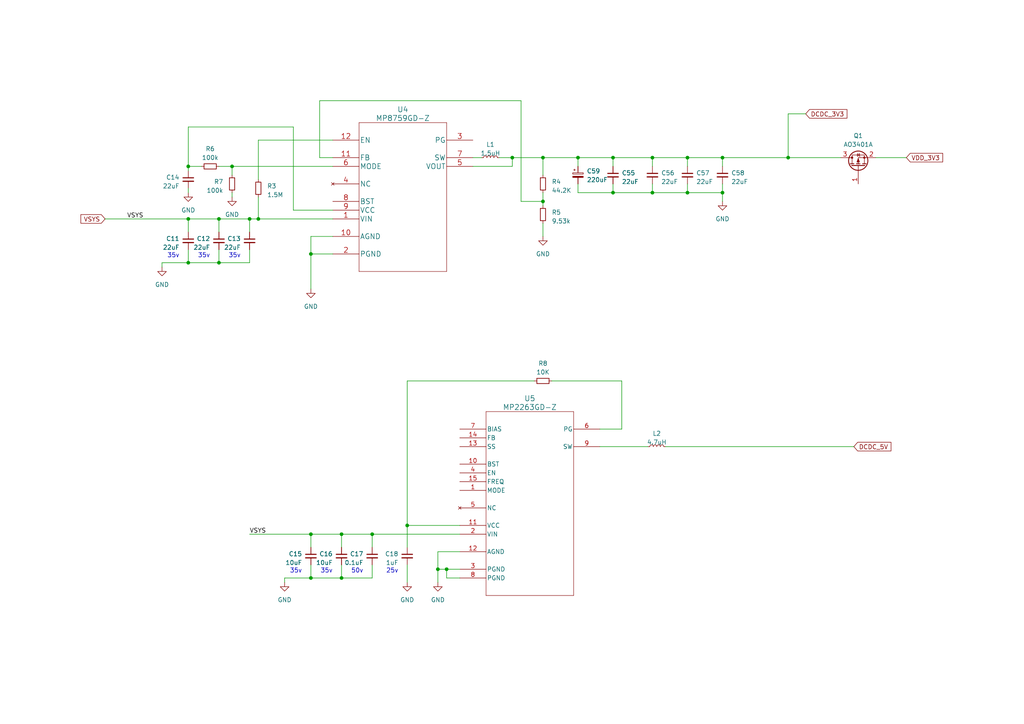
<source format=kicad_sch>
(kicad_sch (version 20230121) (generator eeschema)
  (paper "A4")
  (junction (at 116.84 304.8))
  (junction (at 88.9 254))
  (junction (at 63.5 63.5))
  (junction (at 127 165.1))
  (junction (at 16.51 254))
  (junction (at 325.12 314.96))
  (junction (at 99.06 167.64))
  (junction (at -12.7 328.93))
  (junction (at 245.11 314.96))
  (junction (at 90.17 167.64))
  (junction (at 16.51 304.8))
  (junction (at 220.98 314.96))
  (junction (at 167.64 45.72))
  (junction (at 16.51 290.83))
  (junction (at 54.61 48.26))
  (junction (at 148.59 45.72))
  (junction (at 106.68 294.64))
  (junction (at 220.98 297.18))
  (junction (at 209.55 45.72))
  (junction (at 85.09 294.64))
  (junction (at 118.11 152.4))
  (junction (at -12.7 267.97))
  (junction (at -12.7 304.8))
  (junction (at 69.85 313.69))
  (junction (at 88.9 290.83))
  (junction (at 220.98 307.34))
  (junction (at 77.47 280.67))
  (junction (at 99.06 266.7))
  (junction (at 99.06 276.86))
  (junction (at 67.31 48.26))
  (junction (at 177.8 55.88))
  (junction (at 99.06 290.83))
  (junction (at 99.06 264.16))
  (junction (at 74.93 63.5))
  (junction (at -12.7 314.96))
  (junction (at 69.85 266.7))
  (junction (at 72.39 63.5))
  (junction (at 295.91 312.42))
  (junction (at 116.84 294.64))
  (junction (at 77.47 254))
  (junction (at 88.9 323.85))
  (junction (at 54.61 63.5))
  (junction (at 90.17 73.66))
  (junction (at 107.95 154.94))
  (junction (at -12.7 290.83))
  (junction (at 209.55 55.88))
  (junction (at 99.06 154.94))
  (junction (at 129.54 165.1))
  (junction (at 243.84 335.28))
  (junction (at -12.7 320.04))
  (junction (at 109.22 254))
  (junction (at 199.39 55.88))
  (junction (at 85.09 304.8))
  (junction (at 99.06 254))
  (junction (at 69.85 280.67))
  (junction (at 99.06 280.67))
  (junction (at 21.59 424.18))
  (junction (at 16.51 314.96))
  (junction (at 88.9 264.16))
  (junction (at -12.7 325.12))
  (junction (at 295.91 284.48))
  (junction (at 325.12 323.85))
  (junction (at 88.9 313.69))
  (junction (at 295.91 295.91))
  (junction (at 177.8 45.72))
  (junction (at 69.85 254))
  (junction (at 88.9 266.7))
  (junction (at 16.51 322.58))
  (junction (at 245.11 297.18))
  (junction (at 325.12 292.1))
  (junction (at 199.39 45.72))
  (junction (at 21.59 426.72))
  (junction (at 295.91 328.93))
  (junction (at 109.22 264.16))
  (junction (at 96.52 294.64))
  (junction (at 16.51 256.54))
  (junction (at 88.9 280.67))
  (junction (at 16.51 267.97))
  (junction (at 106.68 304.8))
  (junction (at 64.77 294.64))
  (junction (at 99.06 323.85))
  (junction (at 295.91 289.56))
  (junction (at 220.98 322.58))
  (junction (at 88.9 276.86))
  (junction (at 243.84 326.39))
  (junction (at 245.11 287.02))
  (junction (at 99.06 313.69))
  (junction (at 228.6 45.72))
  (junction (at 325.12 303.53))
  (junction (at 295.91 300.99))
  (junction (at 90.17 154.94))
  (junction (at 96.52 304.8))
  (junction (at 77.47 266.7))
  (junction (at 16.51 320.04))
  (junction (at -12.7 280.67))
  (junction (at 77.47 313.69))
  (junction (at 295.91 321.31))
  (junction (at 57.15 254))
  (junction (at 189.23 55.88))
  (junction (at 325.12 298.45))
  (junction (at 16.51 280.67))
  (junction (at 63.5 76.2))
  (junction (at 16.51 325.12))
  (junction (at -12.7 257.81))
  (junction (at 189.23 45.72))
  (junction (at 57.15 266.7))
  (junction (at 16.51 283.21))
  (junction (at 325.12 331.47))
  (junction (at 157.48 58.42))
  (junction (at 77.47 294.64))
  (junction (at 157.48 45.72))
  (junction (at 54.61 76.2))
  (junction (at 16.51 257.81))
  (wire (pts (xy 85.09 307.34) (xy 85.09 304.8)))
  (wire (pts (xy 10.16 325.12) (xy 16.51 325.12)))
  (wire (pts (xy 116.84 294.64) (xy 116.84 297.18)))
  (wire (pts (xy 67.31 48.26) (xy 96.52 48.26)))
  (wire (pts (xy 209.55 55.88) (xy 209.55 53.34)))
  (wire (pts (xy 90.17 158.75) (xy 90.17 154.94)))
  (wire (pts (xy 88.9 254) (xy 99.06 254)))
  (wire (pts (xy 180.34 124.46) (xy 180.34 110.49)))
  (wire (pts (xy 237.49 314.96) (xy 245.11 314.96)))
  (wire (pts (xy -12.7 280.67) (xy -12.7 290.83)))
  (wire (pts (xy 106.68 302.26) (xy 106.68 304.8)))
  (wire (pts (xy 220.98 314.96) (xy 232.41 314.96)))
  (wire (pts (xy 295.91 312.42) (xy 337.82 312.42)))
  (wire (pts (xy 90.17 154.94) (xy 99.06 154.94)))
  (wire (pts (xy -12.7 304.8) (xy 5.08 304.8)))
  (wire (pts (xy 54.61 36.83) (xy 54.61 48.26)))
  (wire (pts (xy 16.51 254) (xy 21.59 254)))
  (wire (pts (xy 295.91 292.1) (xy 295.91 289.56)))
  (wire (pts (xy 109.22 264.16) (xy 109.22 261.62)))
  (wire (pts (xy 58.42 48.26) (xy 54.61 48.26)))
  (wire (pts (xy 129.54 165.1) (xy 133.35 165.1)))
  (wire (pts (xy 10.16 290.83) (xy 16.51 290.83)))
  (wire (pts (xy 54.61 54.61) (xy 54.61 55.88)))
  (wire (pts (xy 63.5 67.31) (xy 63.5 63.5)))
  (wire (pts (xy 254 335.28) (xy 243.84 335.28)))
  (wire (pts (xy 109.22 254) (xy 109.22 256.54)))
  (wire (pts (xy 238.76 307.34) (xy 257.81 307.34)))
  (wire (pts (xy 189.23 45.72) (xy 199.39 45.72)))
  (wire (pts (xy 16.51 304.8) (xy 16.51 314.96)))
  (wire (pts (xy 16.51 283.21) (xy 21.59 283.21)))
  (wire (pts (xy 173.99 124.46) (xy 180.34 124.46)))
  (wire (pts (xy 312.42 303.53) (xy 325.12 303.53)))
  (wire (pts (xy 69.85 283.21) (xy 69.85 280.67)))
  (wire (pts (xy 118.11 163.83) (xy 118.11 168.91)))
  (wire (pts (xy 50.8 283.21) (xy 69.85 283.21)))
  (wire (pts (xy 90.17 167.64) (xy 99.06 167.64)))
  (wire (pts (xy -6.35 254) (xy -12.7 254)))
  (wire (pts (xy 92.71 45.72) (xy 92.71 29.21)))
  (wire (pts (xy 72.39 67.31) (xy 72.39 63.5)))
  (wire (pts (xy 96.52 68.58) (xy 90.17 68.58)))
  (wire (pts (xy -12.7 254) (xy -12.7 257.81)))
  (wire (pts (xy 295.91 314.96) (xy 295.91 312.42)))
  (wire (pts (xy 312.42 323.85) (xy 325.12 323.85)))
  (wire (pts (xy 62.23 293.37) (xy 62.23 297.18)))
  (wire (pts (xy 88.9 266.7) (xy 99.06 266.7)))
  (wire (pts (xy 16.51 320.04) (xy 16.51 322.58)))
  (wire (pts (xy 74.93 63.5) (xy 96.52 63.5)))
  (wire (pts (xy 109.22 254) (xy 115.57 254)))
  (wire (pts (xy 116.84 304.8) (xy 116.84 306.07)))
  (wire (pts (xy 63.5 63.5) (xy 72.39 63.5)))
  (wire (pts (xy 88.9 288.29) (xy 88.9 290.83)))
  (wire (pts (xy 69.85 313.69) (xy 77.47 313.69)))
  (wire (pts (xy 106.68 294.64) (xy 116.84 294.64)))
  (wire (pts (xy 99.06 288.29) (xy 99.06 290.83)))
  (wire (pts (xy 307.34 323.85) (xy 295.91 323.85)))
  (wire (pts (xy 72.39 72.39) (xy 72.39 76.2)))
  (wire (pts (xy 85.09 304.8) (xy 96.52 304.8)))
  (wire (pts (xy 88.9 280.67) (xy 88.9 283.21)))
  (wire (pts (xy 63.5 48.26) (xy 67.31 48.26)))
  (wire (pts (xy 325.12 331.47) (xy 325.12 334.01)))
  (wire (pts (xy 57.15 266.7) (xy 60.96 266.7)))
  (wire (pts (xy 254 328.93) (xy 254 335.28)))
  (wire (pts (xy 295.91 287.02) (xy 295.91 284.48)))
  (wire (pts (xy 157.48 45.72) (xy 167.64 45.72)))
  (wire (pts (xy 90.17 73.66) (xy 96.52 73.66)))
  (wire (pts (xy 64.77 294.64) (xy 64.77 299.72)))
  (wire (pts (xy -12.7 314.96) (xy 5.08 314.96)))
  (wire (pts (xy 88.9 274.32) (xy 88.9 276.86)))
  (wire (pts (xy 133.35 160.02) (xy 127 160.02)))
  (wire (pts (xy 88.9 254) (xy 88.9 256.54)))
  (wire (pts (xy 54.61 67.31) (xy 54.61 63.5)))
  (wire (pts (xy 99.06 313.69) (xy 99.06 316.23)))
  (wire (pts (xy 96.52 294.64) (xy 106.68 294.64)))
  (wire (pts (xy 295.91 331.47) (xy 295.91 328.93)))
  (wire (pts (xy 245.11 297.18) (xy 245.11 287.02)))
  (wire (pts (xy 77.47 321.31) (xy 77.47 323.85)))
  (wire (pts (xy 62.23 297.18) (xy 77.47 297.18)))
  (wire (pts (xy 99.06 290.83) (xy 101.6 290.83)))
  (wire (pts (xy 177.8 45.72) (xy 177.8 48.26)))
  (wire (pts (xy 21.59 322.58) (xy 16.51 322.58)))
  (wire (pts (xy 167.64 55.88) (xy 177.8 55.88)))
  (wire (pts (xy 16.51 290.83) (xy 16.51 304.8)))
  (wire (pts (xy 57.15 274.32) (xy 57.15 266.7)))
  (wire (pts (xy 99.06 254) (xy 109.22 254)))
  (wire (pts (xy 69.85 254) (xy 66.04 254)))
  (wire (pts (xy -1.27 328.93) (xy 16.51 328.93)))
  (wire (pts (xy 209.55 45.72) (xy 228.6 45.72)))
  (wire (pts (xy 57.15 261.62) (xy 57.15 254)))
  (wire (pts (xy 54.61 48.26) (xy 54.61 49.53)))
  (wire (pts (xy 157.48 45.72) (xy 157.48 50.8)))
  (wire (pts (xy 10.16 304.8) (xy 16.51 304.8)))
  (wire (pts (xy 16.51 304.8) (xy 21.59 304.8)))
  (wire (pts (xy 69.85 256.54) (xy 69.85 254)))
  (wire (pts (xy 77.47 280.67) (xy 88.9 280.67)))
  (wire (pts (xy 109.22 264.16) (xy 110.49 264.16)))
  (wire (pts (xy 307.34 331.47) (xy 295.91 331.47)))
  (wire (pts (xy 50.8 290.83) (xy 64.77 290.83)))
  (wire (pts (xy 148.59 45.72) (xy 157.48 45.72)))
  (wire (pts (xy 99.06 276.86) (xy 101.6 276.86)))
  (wire (pts (xy 16.51 267.97) (xy 16.51 280.67)))
  (wire (pts (xy 167.64 45.72) (xy 167.64 48.26)))
  (wire (pts (xy 233.68 287.02) (xy 220.98 287.02)))
  (wire (pts (xy 295.91 303.53) (xy 295.91 300.99)))
  (wire (pts (xy 50.8 293.37) (xy 62.23 293.37)))
  (wire (pts (xy 116.84 294.64) (xy 123.19 294.64)))
  (wire (pts (xy 88.9 313.69) (xy 99.06 313.69)))
  (wire (pts (xy 88.9 321.31) (xy 88.9 323.85)))
  (wire (pts (xy 96.52 302.26) (xy 96.52 304.8)))
  (wire (pts (xy 85.09 60.96) (xy 85.09 36.83)))
  (wire (pts (xy 46.99 76.2) (xy 54.61 76.2)))
  (wire (pts (xy 285.75 307.34) (xy 337.82 307.34)))
  (wire (pts (xy 54.61 76.2) (xy 63.5 76.2)))
  (wire (pts (xy 99.06 167.64) (xy 107.95 167.64)))
  (wire (pts (xy 85.09 302.26) (xy 85.09 304.8)))
  (wire (pts (xy 16.51 280.67) (xy 16.51 283.21)))
  (wire (pts (xy 118.11 110.49) (xy 154.94 110.49)))
  (wire (pts (xy 16.51 325.12) (xy 16.51 328.93)))
  (wire (pts (xy 57.15 254) (xy 60.96 254)))
  (wire (pts (xy 245.11 287.02) (xy 245.11 271.78)))
  (wire (pts (xy 50.8 280.67) (xy 60.96 280.67)))
  (wire (pts (xy 99.06 313.69) (xy 111.76 313.69)))
  (wire (pts (xy 50.8 316.23) (xy 69.85 316.23)))
  (wire (pts (xy 285.75 295.91) (xy 295.91 295.91)))
  (wire (pts (xy 238.76 287.02) (xy 245.11 287.02)))
  (wire (pts (xy 285.75 300.99) (xy 295.91 300.99)))
  (wire (pts (xy 127 160.02) (xy 127 165.1)))
  (wire (pts (xy 137.16 45.72) (xy 139.7 45.72)))
  (wire (pts (xy -12.7 325.12) (xy -12.7 328.93)))
  (wire (pts (xy 72.39 63.5) (xy 74.93 63.5)))
  (wire (pts (xy 193.04 129.54) (xy 247.65 129.54)))
  (wire (pts (xy 238.76 326.39) (xy 238.76 330.2)))
  (wire (pts (xy -1.27 320.04) (xy 16.51 320.04)))
  (wire (pts (xy 99.06 261.62) (xy 99.06 264.16)))
  (wire (pts (xy 199.39 45.72) (xy 209.55 45.72)))
  (wire (pts (xy 312.42 292.1) (xy 325.12 292.1)))
  (wire (pts (xy 220.98 307.34) (xy 220.98 314.96)))
  (wire (pts (xy 107.95 158.75) (xy 107.95 154.94)))
  (wire (pts (xy 107.95 163.83) (xy 107.95 167.64)))
  (wire (pts (xy 90.17 73.66) (xy 90.17 83.82)))
  (wire (pts (xy 312.42 331.47) (xy 325.12 331.47)))
  (wire (pts (xy 88.9 276.86) (xy 99.06 276.86)))
  (wire (pts (xy 16.51 314.96) (xy 16.51 320.04)))
  (wire (pts (xy 88.9 323.85) (xy 99.06 323.85)))
  (wire (pts (xy -12.7 304.8) (xy -12.7 314.96)))
  (wire (pts (xy 312.42 298.45) (xy 325.12 298.45)))
  (wire (pts (xy 99.06 323.85) (xy 99.06 325.12)))
  (wire (pts (xy 77.47 323.85) (xy 88.9 323.85)))
  (wire (pts (xy 285.75 328.93) (xy 295.91 328.93)))
  (wire (pts (xy 295.91 289.56) (xy 337.82 289.56)))
  (wire (pts (xy 96.52 60.96) (xy 85.09 60.96)))
  (wire (pts (xy 69.85 313.69) (xy 66.04 313.69)))
  (wire (pts (xy 177.8 55.88) (xy 189.23 55.88)))
  (wire (pts (xy 312.42 314.96) (xy 325.12 314.96)))
  (wire (pts (xy 254 45.72) (xy 262.89 45.72)))
  (wire (pts (xy 77.47 294.64) (xy 85.09 294.64)))
  (wire (pts (xy -12.7 320.04) (xy -12.7 325.12)))
  (wire (pts (xy 285.75 312.42) (xy 295.91 312.42)))
  (wire (pts (xy -12.7 267.97) (xy -12.7 280.67)))
  (wire (pts (xy 50.8 307.34) (xy 85.09 307.34)))
  (wire (pts (xy 77.47 290.83) (xy 88.9 290.83)))
  (wire (pts (xy -6.35 320.04) (xy -12.7 320.04)))
  (wire (pts (xy 220.98 297.18) (xy 220.98 307.34)))
  (wire (pts (xy 16.51 314.96) (xy 21.59 314.96)))
  (wire (pts (xy 177.8 45.72) (xy 189.23 45.72)))
  (wire (pts (xy 77.47 313.69) (xy 88.9 313.69)))
  (wire (pts (xy 85.09 36.83) (xy 54.61 36.83)))
  (wire (pts (xy 69.85 266.7) (xy 77.47 266.7)))
  (wire (pts (xy 312.42 287.02) (xy 325.12 287.02)))
  (wire (pts (xy 50.8 269.24) (xy 69.85 269.24)))
  (wire (pts (xy 77.47 288.29) (xy 77.47 290.83)))
  (wire (pts (xy 16.51 257.81) (xy 16.51 267.97)))
  (wire (pts (xy 99.06 280.67) (xy 99.06 283.21)))
  (wire (pts (xy 189.23 45.72) (xy 189.23 48.26)))
  (wire (pts (xy 24.13 421.64) (xy 21.59 421.64)))
  (wire (pts (xy 77.47 313.69) (xy 77.47 316.23)))
  (wire (pts (xy 307.34 292.1) (xy 295.91 292.1)))
  (wire (pts (xy 88.9 313.69) (xy 88.9 316.23)))
  (wire (pts (xy 85.09 294.64) (xy 85.09 297.18)))
  (wire (pts (xy 50.8 299.72) (xy 64.77 299.72)))
  (wire (pts (xy 228.6 33.02) (xy 228.6 45.72)))
  (wire (pts (xy 241.3 320.04) (xy 241.3 322.58)))
  (wire (pts (xy 295.91 328.93) (xy 337.82 328.93)))
  (wire (pts (xy 57.15 266.7) (xy 50.8 266.7)))
  (wire (pts (xy -12.7 325.12) (xy 5.08 325.12)))
  (wire (pts (xy 295.91 284.48) (xy 337.82 284.48)))
  (wire (pts (xy 63.5 72.39) (xy 63.5 76.2)))
  (wire (pts (xy 107.95 154.94) (xy 133.35 154.94)))
  (wire (pts (xy 16.51 242.57) (xy 16.51 254)))
  (wire (pts (xy 209.55 45.72) (xy 209.55 48.26)))
  (wire (pts (xy 199.39 45.72) (xy 199.39 48.26)))
  (wire (pts (xy 199.39 53.34) (xy 199.39 55.88)))
  (wire (pts (xy 69.85 254) (xy 77.47 254)))
  (wire (pts (xy 88.9 266.7) (xy 88.9 269.24)))
  (wire (pts (xy 77.47 266.7) (xy 77.47 269.24)))
  (wire (pts (xy 16.51 283.21) (xy 16.51 290.83)))
  (wire (pts (xy 148.59 48.26) (xy 148.59 45.72)))
  (wire (pts (xy 99.06 254) (xy 99.06 256.54)))
  (wire (pts (xy 50.8 313.69) (xy 60.96 313.69)))
  (wire (pts (xy 10.16 280.67) (xy 16.51 280.67)))
  (wire (pts (xy 243.84 326.39) (xy 238.76 326.39)))
  (wire (pts (xy 69.85 266.7) (xy 66.04 266.7)))
  (wire (pts (xy 325.12 303.53) (xy 325.12 314.96)))
  (wire (pts (xy 106.68 294.64) (xy 106.68 297.18)))
  (wire (pts (xy 67.31 48.26) (xy 67.31 50.8)))
  (wire (pts (xy 77.47 274.32) (xy 77.47 276.86)))
  (wire (pts (xy 90.17 68.58) (xy 90.17 73.66)))
  (wire (pts (xy 99.06 266.7) (xy 109.22 266.7)))
  (wire (pts (xy 220.98 287.02) (xy 220.98 297.18)))
  (wire (pts (xy 88.9 280.67) (xy 99.06 280.67)))
  (wire (pts (xy 151.13 58.42) (xy 157.48 58.42)))
  (wire (pts (xy 10.16 314.96) (xy 16.51 314.96)))
  (wire (pts (xy 30.48 63.5) (xy 54.61 63.5)))
  (wire (pts (xy 69.85 280.67) (xy 77.47 280.67)))
  (wire (pts (xy 77.47 264.16) (xy 88.9 264.16)))
  (wire (pts (xy 77.47 254) (xy 77.47 256.54)))
  (wire (pts (xy 295.91 321.31) (xy 337.82 321.31)))
  (wire (pts (xy 257.81 328.93) (xy 254 328.93)))
  (wire (pts (xy -12.7 280.67) (xy 5.08 280.67)))
  (wire (pts (xy 88.9 261.62) (xy 88.9 264.16)))
  (wire (pts (xy 307.34 298.45) (xy 295.91 298.45)))
  (wire (pts (xy 63.5 76.2) (xy 72.39 76.2)))
  (wire (pts (xy 245.11 314.96) (xy 245.11 297.18)))
  (wire (pts (xy 64.77 290.83) (xy 64.77 294.64)))
  (wire (pts (xy 96.52 304.8) (xy 106.68 304.8)))
  (wire (pts (xy 257.81 326.39) (xy 243.84 326.39)))
  (wire (pts (xy 77.47 261.62) (xy 77.47 264.16)))
  (wire (pts (xy 220.98 314.96) (xy 220.98 322.58)))
  (wire (pts (xy 16.51 290.83) (xy 21.59 290.83)))
  (wire (pts (xy 325.12 323.85) (xy 325.12 331.47)))
  (wire (pts (xy 72.39 154.94) (xy 90.17 154.94)))
  (wire (pts (xy -12.7 328.93) (xy -12.7 332.74)))
  (wire (pts (xy 215.9 330.2) (xy 238.76 330.2)))
  (wire (pts (xy 16.51 267.97) (xy 21.59 267.97)))
  (wire (pts (xy 77.47 280.67) (xy 77.47 283.21)))
  (wire (pts (xy 67.31 55.88) (xy 67.31 57.15)))
  (wire (pts (xy 10.16 267.97) (xy 16.51 267.97)))
  (wire (pts (xy 257.81 320.04) (xy 241.3 320.04)))
  (wire (pts (xy 99.06 321.31) (xy 99.06 323.85)))
  (wire (pts (xy 50.8 261.62) (xy 57.15 261.62)))
  (wire (pts (xy 54.61 72.39) (xy 54.61 76.2)))
  (wire (pts (xy 233.68 33.02) (xy 228.6 33.02)))
  (wire (pts (xy 77.47 266.7) (xy 88.9 266.7)))
  (wire (pts (xy 99.06 280.67) (xy 110.49 280.67)))
  (wire (pts (xy 74.93 57.15) (xy 74.93 63.5)))
  (wire (pts (xy 90.17 163.83) (xy 90.17 167.64)))
  (wire (pts (xy 295.91 298.45) (xy 295.91 295.91)))
  (wire (pts (xy 77.47 276.86) (xy 88.9 276.86)))
  (wire (pts (xy 99.06 264.16) (xy 109.22 264.16)))
  (wire (pts (xy 118.11 152.4) (xy 133.35 152.4)))
  (wire (pts (xy -1.27 254) (xy 16.51 254)))
  (wire (pts (xy 285.75 284.48) (xy 295.91 284.48)))
  (wire (pts (xy 77.47 254) (xy 88.9 254)))
  (wire (pts (xy 295.91 295.91) (xy 337.82 295.91)))
  (wire (pts (xy 16.51 257.81) (xy 16.51 256.54)))
  (wire (pts (xy 325.12 292.1) (xy 325.12 298.45)))
  (wire (pts (xy 21.59 426.72) (xy 24.13 426.72)))
  (wire (pts (xy 167.64 53.34) (xy 167.64 55.88)))
  (wire (pts (xy 69.85 269.24) (xy 69.85 266.7)))
  (wire (pts (xy 99.06 158.75) (xy 99.06 154.94)))
  (wire (pts (xy 144.78 45.72) (xy 148.59 45.72)))
  (wire (pts (xy 285.75 289.56) (xy 295.91 289.56)))
  (wire (pts (xy 116.84 304.8) (xy 116.84 302.26)))
  (wire (pts (xy 99.06 154.94) (xy 107.95 154.94)))
  (wire (pts (xy 209.55 58.42) (xy 209.55 55.88)))
  (wire (pts (xy 160.02 110.49) (xy 180.34 110.49)))
  (wire (pts (xy 177.8 53.34) (xy 177.8 55.88)))
  (wire (pts (xy 99.06 163.83) (xy 99.06 167.64)))
  (wire (pts (xy 295.91 323.85) (xy 295.91 321.31)))
  (wire (pts (xy 96.52 40.64) (xy 74.93 40.64)))
  (wire (pts (xy 77.47 294.64) (xy 73.66 294.64)))
  (wire (pts (xy 151.13 29.21) (xy 151.13 58.42)))
  (wire (pts (xy 157.48 58.42) (xy 157.48 59.69)))
  (wire (pts (xy 238.76 297.18) (xy 245.11 297.18)))
  (wire (pts (xy 64.77 294.64) (xy 68.58 294.64)))
  (wire (pts (xy 325.12 314.96) (xy 325.12 323.85)))
  (wire (pts (xy 118.11 152.4) (xy 118.11 110.49)))
  (wire (pts (xy 16.51 322.58) (xy 16.51 325.12)))
  (wire (pts (xy -12.7 257.81) (xy 5.08 257.81)))
  (wire (pts (xy 74.93 40.64) (xy 74.93 52.07)))
  (wire (pts (xy 257.81 314.96) (xy 245.11 314.96)))
  (wire (pts (xy 189.23 55.88) (xy 199.39 55.88)))
  (wire (pts (xy 99.06 266.7) (xy 99.06 269.24)))
  (wire (pts (xy 307.34 287.02) (xy 295.91 287.02)))
  (wire (pts (xy 137.16 48.26) (xy 148.59 48.26)))
  (wire (pts (xy 243.84 341.63) (xy 243.84 344.17)))
  (wire (pts (xy 325.12 298.45) (xy 325.12 303.53)))
  (wire (pts (xy 118.11 158.75) (xy 118.11 152.4)))
  (wire (pts (xy 129.54 167.64) (xy 129.54 165.1)))
  (wire (pts (xy 127 165.1) (xy 129.54 165.1)))
  (wire (pts (xy 77.47 297.18) (xy 77.47 294.64)))
  (wire (pts (xy -12.7 290.83) (xy 5.08 290.83)))
  (wire (pts (xy 82.55 167.64) (xy 90.17 167.64)))
  (wire (pts (xy 285.75 321.31) (xy 295.91 321.31)))
  (wire (pts (xy 245.11 297.18) (xy 257.81 297.18)))
  (wire (pts (xy 220.98 307.34) (xy 233.68 307.34)))
  (wire (pts (xy 243.84 326.39) (xy 243.84 327.66)))
  (wire (pts (xy 54.61 63.5) (xy 63.5 63.5)))
  (wire (pts (xy -12.7 314.96) (xy -12.7 320.04)))
  (wire (pts (xy 157.48 64.77) (xy 157.48 68.58)))
  (wire (pts (xy 88.9 290.83) (xy 99.06 290.83)))
  (wire (pts (xy 16.51 254) (xy 16.51 256.54)))
  (wire (pts (xy 85.09 294.64) (xy 96.52 294.64)))
  (wire (pts (xy 307.34 303.53) (xy 295.91 303.53)))
  (wire (pts (xy 220.98 297.18) (xy 233.68 297.18)))
  (wire (pts (xy 92.71 29.21) (xy 151.13 29.21)))
  (wire (pts (xy 21.59 424.18) (xy 21.59 426.72)))
  (wire (pts (xy 96.52 294.64) (xy 96.52 297.18)))
  (wire (pts (xy 69.85 316.23) (xy 69.85 313.69)))
  (wire (pts (xy 16.51 256.54) (xy 21.59 256.54)))
  (wire (pts (xy 82.55 167.64) (xy 82.55 168.91)))
  (wire (pts (xy 243.84 335.28) (xy 243.84 336.55)))
  (wire (pts (xy 243.84 332.74) (xy 243.84 335.28)))
  (wire (pts (xy 133.35 167.64) (xy 129.54 167.64)))
  (wire (pts (xy -12.7 290.83) (xy -12.7 304.8)))
  (wire (pts (xy 325.12 287.02) (xy 325.12 292.1)))
  (wire (pts (xy 106.68 304.8) (xy 116.84 304.8)))
  (wire (pts (xy -6.35 328.93) (xy -12.7 328.93)))
  (wire (pts (xy 69.85 280.67) (xy 66.04 280.67)))
  (wire (pts (xy 96.52 45.72) (xy 92.71 45.72)))
  (wire (pts (xy 10.16 257.81) (xy 16.51 257.81)))
  (wire (pts (xy 228.6 45.72) (xy 243.84 45.72)))
  (wire (pts (xy 16.51 280.67) (xy 21.59 280.67)))
  (wire (pts (xy 157.48 58.42) (xy 157.48 55.88)))
  (wire (pts (xy 173.99 129.54) (xy 187.96 129.54)))
  (wire (pts (xy 199.39 55.88) (xy 209.55 55.88)))
  (wire (pts (xy 21.59 421.64) (xy 21.59 424.18)))
  (wire (pts (xy -12.7 257.81) (xy -12.7 267.97)))
  (wire (pts (xy 295.91 300.99) (xy 337.82 300.99)))
  (wire (pts (xy 57.15 254) (xy 50.8 254)))
  (wire (pts (xy 21.59 426.72) (xy 21.59 431.8)))
  (wire (pts (xy 88.9 264.16) (xy 99.06 264.16)))
  (wire (pts (xy 220.98 322.58) (xy 232.41 322.58)))
  (wire (pts (xy 50.8 256.54) (xy 69.85 256.54)))
  (wire (pts (xy 21.59 424.18) (xy 24.13 424.18)))
  (wire (pts (xy 50.8 274.32) (xy 57.15 274.32)))
  (wire (pts (xy 189.23 53.34) (xy 189.23 55.88)))
  (wire (pts (xy 307.34 314.96) (xy 295.91 314.96)))
  (wire (pts (xy 241.3 322.58) (xy 237.49 322.58)))
  (wire (pts (xy 245.11 287.02) (xy 257.81 287.02)))
  (wire (pts (xy -12.7 267.97) (xy 5.08 267.97)))
  (wire (pts (xy 127 165.1) (xy 127 168.91)))
  (wire (pts (xy 220.98 322.58) (xy 220.98 344.17)))
  (wire (pts (xy 46.99 76.2) (xy 46.99 77.47)))
  (wire (pts (xy 99.06 274.32) (xy 99.06 276.86)))
  (wire (pts (xy 167.64 45.72) (xy 177.8 45.72)))
  (text "35v" (at 87.63 166.37 0) (effects (font (size 1.27 1.27)) (justify right bottom)))
  (text "10v" (at 10.16 304.8 0) (effects (font (size 1.27 1.27)) (justify left bottom)))
  (text "35v" (at 96.52 166.37 0) (effects (font (size 1.27 1.27)) (justify right bottom)))
  (text "10v" (at 10.16 325.12 0) (effects (font (size 1.27 1.27)) (justify left bottom)))
  (text "35v" (at 52.07 74.93 0) (effects (font (size 1.27 1.27)) (justify right bottom)))
  (text "10v" (at -8.89 322.58 0) (effects (font (size 1.27 1.27)) (justify left bottom)))
  (text "35v" (at 69.85 74.93 0) (effects (font (size 1.27 1.27)) (justify right bottom)))
  (text "10v" (at 10.16 290.83 0) (effects (font (size 1.27 1.27)) (justify left bottom)))
  (text "10v" (at -8.89 256.54 0) (effects (font (size 1.27 1.27)) (justify left bottom)))
  (text "25v" (at 115.57 166.37 0) (effects (font (size 1.27 1.27)) (justify right bottom)))
  (text "10v" (at 10.16 314.96 0) (effects (font (size 1.27 1.27)) (justify left bottom)))
  (text "35v" (at 60.96 74.93 0) (effects (font (size 1.27 1.27)) (justify right bottom)))
  (text "10v" (at 10.16 257.81 0) (effects (font (size 1.27 1.27)) (justify left bottom)))
  (text "50v" (at 105.41 166.37 0) (effects (font (size 1.27 1.27)) (justify right bottom)))
  (text "10v" (at 10.16 267.97 0) (effects (font (size 1.27 1.27)) (justify left bottom)))
  (text "10v" (at -8.89 331.47 0) (effects (font (size 1.27 1.27)) (justify left bottom)))
  (text "10v" (at 10.16 280.67 0) (effects (font (size 1.27 1.27)) (justify left bottom)))
  (label "VSYS" (at 36.83 63.5 0))
  (label "VSYS" (at 72.39 154.94 0))
  (global_label "VDD_VPU_0V9" (shape input) (at 109.22 266.7 0) (effects (font (size 1 1))) (property "Intersheetrefs" "${INTERSHEET_REFS}" (effects hide)))
  (global_label "VDD_3V3" (shape input) (at 262.89 45.72 0) (property "Intersheetrefs" "${INTERSHEET_REFS}" (effects hide)))
  (global_label "DCDC_3V3" (shape input) (at 233.68 33.02 0) (property "Intersheetrefs" "${INTERSHEET_REFS}" (effects hide)))
  (global_label "NVCC_SD1_1V8" (shape input) (at 111.76 313.69 0) (effects (font (size 1 1))) (property "Intersheetrefs" "${INTERSHEET_REFS}" (effects hide)))
  (global_label "VDD_GPU_0V9" (shape input) (at 115.57 254 0) (effects (font (size 1 1))) (property "Intersheetrefs" "${INTERSHEET_REFS}" (effects hide)))
  (global_label "NVCC_DRAM_1V1" (shape input) (at 215.9 330.2 180) (effects (font (size 1 1))) (property "Intersheetrefs" "${INTERSHEET_REFS}" (effects hide)))
  (global_label "VSYS" (shape input) (at 30.48 63.5 180) (property "Intersheetrefs" "${INTERSHEET_REFS}" (effects hide)))
  (global_label "DCDC_5V" (shape input) (at 247.65 129.54 0) (property "Intersheetrefs" "${INTERSHEET_REFS}" (effects hide)))
  (global_label "DCDC_3V3" (shape input) (at 245.11 271.78 90) (property "Intersheetrefs" "${INTERSHEET_REFS}" (effects hide)))
  (global_label "NVCC_DRAM_1V1" (shape input) (at 110.49 280.67 0) (effects (font (size 1 1))) (property "Intersheetrefs" "${INTERSHEET_REFS}" (effects hide)))
  (global_label "DCDC_3V3" (shape input) (at 16.51 242.57 90) (property "Intersheetrefs" "${INTERSHEET_REFS}" (effects hide)))
  (symbol (lib_id "Device:C_Small") (at 118.11 161.29 0) (mirror y) (unit 1)
    (property "Reference" "C18" (at 115.57 160.6613 0) (effects (justify left)))
    (property "Value" "1uF" (at 115.57 163.2013 0) (effects (justify left)))
    (property "Footprint" "Capacitor_SMD:C_0402_1005Metric" (effects hide))
    (instances (project "IMX8MQ" (path "" (reference "C18") (unit 1)) (path "" (reference "C44") (unit 1))))
  )
  (symbol (lib_id "power:GND") (at 116.84 306.07 0) (unit 1)
    (property "Reference" "#PWR031" (effects hide))
    (property "Value" "GND" (at 116.84 311.15 0))
  )
  (symbol (lib_id "Device:C_Small") (at 189.23 50.8 0) (unit 1)
    (property "Reference" "C56" (at 191.77 50.1713 0) (effects (justify left)))
    (property "Value" "22uF" (at 191.77 52.7113 0) (effects (justify left)))
    (property "Footprint" "Capacitor_SMD:C_0603_1608Metric" (effects hide))
    (instances (project "IMX8MQ" (path "" (reference "C56") (unit 1)) (path "" (reference "C50") (unit 1))))
  )
  (symbol (lib_id "Device:C_Small") (at 309.88 314.96 90) (unit 1)
    (property "Reference" "C52" (at 313.69 313.69 90))
    (property "Value" "4.7uF" (at 306.07 313.69 90))
    (property "Footprint" "Capacitor_SMD:C_0603_1608Metric" (effects hide))
    (instances (project "IMX8MQ" (path "" (reference "C52") (unit 1)) (path "" (reference "C64") (unit 1))))
  )
  (symbol (lib_id "power:GND") (at 243.84 344.17 0) (unit 1)
    (property "Reference" "#PWR035" (effects hide))
    (property "Value" "GND" (at 243.84 349.25 0))
  )
  (symbol (lib_id "Device:C_Small") (at 85.09 299.72 0) (unit 1)
    (property "Reference" "C42" (at 87.63 299.0913 0) (effects (justify left)))
    (property "Value" "22uF" (at 87.63 301.6313 0) (effects (justify left)))
    (property "Footprint" "Capacitor_SMD:C_0603_1608Metric" (effects hide))
    (instances (project "IMX8MQ" (path "" (reference "C42") (unit 1)) (path "" (reference "C33") (unit 1))))
  )
  (symbol (lib_id "Device:C_Small") (at 209.55 50.8 0) (unit 1)
    (property "Reference" "C58" (at 212.09 50.1713 0) (effects (justify left)))
    (property "Value" "22uF" (at 212.09 52.7113 0) (effects (justify left)))
    (property "Footprint" "Capacitor_SMD:C_0603_1608Metric" (effects hide))
    (instances (project "IMX8MQ" (path "" (reference "C58") (unit 1)) (path "" (reference "C52") (unit 1))))
  )
  (symbol (lib_id "Device:C_Small") (at 309.88 303.53 90) (unit 1)
    (property "Reference" "C51" (at 313.69 302.26 90))
    (property "Value" "4.7uF" (at 306.07 302.26 90))
    (property "Footprint" "Capacitor_SMD:C_0603_1608Metric" (effects hide))
    (instances (project "IMX8MQ" (path "" (reference "C51") (unit 1)) (path "" (reference "C63") (unit 1))))
  )
  (symbol (lib_id "Device:C_Small") (at 243.84 330.2 0) (mirror y) (unit 1)
    (property "Reference" "C65" (at 242.57 332.74 90))
    (property "Value" "0.1uF" (at 246.38 330.2064 90))
    (property "Footprint" "Capacitor_SMD:C_0402_1005Metric" (effects hide))
    (instances (project "IMX8MQ" (path "" (reference "C65") (unit 1)) (path "" (reference "C58") (unit 1))))
  )
  (symbol (lib_id "power:GND") (at 209.55 58.42 0) (unit 1)
    (property "Reference" "#PWR034" (effects hide))
    (property "Value" "GND" (at 209.55 63.5 0))
    (instances (project "IMX8MQ" (path "" (reference "#PWR034") (unit 1)) (path "" (reference "#PWR033") (unit 1))))
  )
  (symbol (lib_id "Device:C_Small") (at 309.88 298.45 90) (unit 1)
    (property "Reference" "C50" (at 313.69 297.18 90))
    (property "Value" "4.7uF" (at 306.07 297.18 90))
    (property "Footprint" "Capacitor_SMD:C_0603_1608Metric" (effects hide))
    (instances (project "IMX8MQ" (path "" (reference "C50") (unit 1)) (path "" (reference "C62") (unit 1))))
  )
  (symbol (lib_id "power:GND") (at 99.06 325.12 0) (unit 1)
    (property "Reference" "#PWR032" (effects hide))
    (property "Value" "GND" (at 99.06 330.2 0))
    (instances (project "IMX8MQ" (path "" (reference "#PWR032") (unit 1)) (path "" (reference "#PWR011") (unit 1))))
  )
  (symbol (lib_id "Device:C_Small") (at 99.06 318.77 0) (unit 1)
    (property "Reference" "C47" (at 101.6 318.1413 0) (effects (justify left)))
    (property "Value" "22uF" (at 101.6 320.6813 0) (effects (justify left)))
    (property "Footprint" "Capacitor_SMD:C_0603_1608Metric" (effects hide))
    (instances (project "IMX8MQ" (path "" (reference "C47") (unit 1)) (path "" (reference "C43") (unit 1))))
  )
  (symbol (lib_id "Device:R_Small") (at 157.48 110.49 90) (unit 1)
    (property "Reference" "R8" (at 157.48 105.41 90))
    (property "Value" "10K" (at 157.48 107.95 90))
    (property "Footprint" "Resistor_SMD:R_0402_1005Metric" (effects hide))
  )
  (symbol (lib_id "Device:C_Small") (at 234.95 314.96 270) (mirror x) (unit 1)
    (property "Reference" "C63" (at 232.41 313.69 90))
    (property "Value" "1uF" (at 234.9436 317.5 90))
    (property "Footprint" "Capacitor_SMD:C_0402_1005Metric" (effects hide))
    (instances (project "IMX8MQ" (path "" (reference "C63") (unit 1)) (path "" (reference "C53") (unit 1))))
  )
  (symbol (lib_id "Device:C_Small") (at 7.62 325.12 270) (mirror x) (unit 1)
    (property "Reference" "C8" (at 5.08 323.85 90))
    (property "Value" "4.7uF" (at 7.6136 327.66 90))
    (property "Footprint" "Capacitor_SMD:C_0402_1005Metric" (effects hide))
    (instances (project "IMX8MQ" (path "" (reference "C8") (unit 1)) (path "" (reference "C10") (unit 1))))
  )
  (symbol (lib_id "Device:C_Small") (at 7.62 257.81 270) (mirror x) (unit 1)
    (property "Reference" "C2" (at 5.08 256.54 90))
    (property "Value" "4.7uF" (at 7.6136 260.35 90))
    (property "Footprint" "Capacitor_SMD:C_0402_1005Metric" (effects hide))
    (instances (project "IMX8MQ" (path "" (reference "C2") (unit 1)) (path "" (reference "C4") (unit 1))))
  )
  (symbol (lib_id "Device:L_Small") (at 63.5 313.69 90) (unit 1)
    (property "Reference" "L7" (at 63.5 309.88 90))
    (property "Value" "1uH" (at 63.5 312.42 90))
    (property "Footprint" "Inductor_SMD:L_Taiyo-Yuden_NR-30xx_HandSoldering" (effects hide))
    (instances (project "IMX8MQ" (path "" (reference "L7") (unit 1)) (path "" (reference "L4") (unit 1))))
  )
  (symbol (lib_id "Device:C_Small") (at 7.62 267.97 270) (mirror x) (unit 1)
    (property "Reference" "C3" (at 5.08 266.7 90))
    (property "Value" "4.7uF" (at 7.6136 270.51 90))
    (property "Footprint" "Capacitor_SMD:C_0402_1005Metric" (effects hide))
    (instances (project "IMX8MQ" (path "" (reference "C3") (unit 1)) (path "" (reference "C5") (unit 1))))
  )
  (symbol (lib_id "Device:C_Small") (at 309.88 331.47 90) (unit 1)
    (property "Reference" "C54" (at 313.69 330.2 90))
    (property "Value" "1uF" (at 306.07 330.2 90))
    (property "Footprint" "Capacitor_SMD:C_0603_1608Metric" (effects hide))
    (instances (project "IMX8MQ" (path "" (reference "C54") (unit 1)) (path "" (reference "C66") (unit 1))))
  )
  (symbol (lib_id "MP8759GD-Z:MP8759GD-Z") (at 96.52 40.64 0) (unit 1)
    (property "Reference" "U4" (at 116.84 31.75 0) (effects (font (size 1.524 1.524))))
    (property "Value" "MP8759GD-Z" (at 116.84 34.29 0) (effects (font (size 1.524 1.524))))
    (property "Footprint" "_W_SBC:MP8759GD-Z" (effects hide))
  )
  (symbol (lib_id "Device:R_Small") (at 157.48 62.23 0) (unit 1)
    (property "Reference" "R5" (at 160.02 61.595 0) (effects (justify left)))
    (property "Value" "9.53k" (at 160.02 64.135 0) (effects (justify left)))
    (property "Footprint" "Resistor_SMD:R_0402_1005Metric" (effects hide))
    (instances (project "IMX8MQ" (path "" (reference "R5") (unit 1)) (path "" (reference "R7") (unit 1))))
  )
  (symbol (lib_id "Device:C_Small") (at 99.06 285.75 0) (unit 1)
    (property "Reference" "C40" (at 101.6 285.1213 0) (effects (justify left)))
    (property "Value" "22uF" (at 101.6 287.6613 0) (effects (justify left)))
    (property "Footprint" "Capacitor_SMD:C_0603_1608Metric" (effects hide))
    (instances (project "IMX8MQ" (path "" (reference "C40") (unit 1)) (path "" (reference "C42") (unit 1))))
  )
  (symbol (lib_id "Device:R_Small") (at 67.31 53.34 0) (mirror y) (unit 1)
    (property "Reference" "R7" (at 64.77 52.705 0) (effects (justify left)))
    (property "Value" "100k" (at 64.77 55.245 0) (effects (justify left)))
    (property "Footprint" "Resistor_SMD:R_0402_1005Metric" (effects hide))
    (instances (project "IMX8MQ" (path "" (reference "R7") (unit 1)) (path "" (reference "R4") (unit 1))))
  )
  (symbol (lib_id "power:GND") (at 157.48 68.58 0) (unit 1)
    (property "Reference" "#PWR08" (effects hide))
    (property "Value" "GND" (at 157.48 73.66 0))
    (instances (project "IMX8MQ" (path "" (reference "#PWR08") (unit 1)) (path "" (reference "#PWR032") (unit 1))))
  )
  (symbol (lib_id "_W_MX8M:MC34PF4210") (at 36.83 408.94 0) (unit 2)
    (property "Reference" "U3" (at 39.37 393.7 0))
    (property "Value" "~" (at 44.45 411.48 0))
    (property "Footprint" "Package_DFN_QFN:QFN-56-1EP_8x8mm_P0.5mm_EP4.3x4.3mm" (effects hide))
  )
  (symbol (lib_id "Device:C_Small") (at 7.62 290.83 270) (mirror x) (unit 1)
    (property "Reference" "C5" (at 5.08 289.56 90))
    (property "Value" "4.7uF" (at 7.6136 293.37 90))
    (property "Footprint" "Capacitor_SMD:C_0402_1005Metric" (effects hide))
    (instances (project "IMX8MQ" (path "" (reference "C5") (unit 1)) (path "" (reference "C7") (unit 1))))
  )
  (symbol (lib_id "Device:L_Small") (at 63.5 266.7 90) (unit 1)
    (property "Reference" "L4" (at 63.5 262.89 90))
    (property "Value" "1uH" (at 63.5 265.43 90))
    (property "Footprint" "Inductor_SMD:L_Taiyo-Yuden_NR-30xx_HandSoldering" (effects hide))
    (instances (project "IMX8MQ" (path "" (reference "L4") (unit 1)) (path "" (reference "L2") (unit 1))))
  )
  (symbol (lib_id "Device:C_Small") (at -3.81 328.93 270) (unit 1)
    (property "Reference" "C10" (at -8.89 327.66 90))
    (property "Value" "4.7uF" (at 0 327.66 90))
    (property "Footprint" "Capacitor_SMD:C_0402_1005Metric" (effects hide))
    (instances (project "IMX8MQ" (path "" (reference "C10") (unit 1)) (path "" (reference "C3") (unit 1))))
  )
  (symbol (lib_id "power:GND") (at 101.6 290.83 90) (unit 1)
    (property "Reference" "#PWR030" (effects hide))
    (property "Value" "GND" (at 105.41 291.465 90) (effects (justify right)))
    (instances (project "IMX8MQ" (path "" (reference "#PWR030") (unit 1)) (path "" (reference "#PWR028") (unit 1))))
  )
  (symbol (lib_id "Device:C_Small") (at 107.95 161.29 0) (mirror y) (unit 1)
    (property "Reference" "C17" (at 105.41 160.6613 0) (effects (justify left)))
    (property "Value" "0.1uF" (at 105.41 163.2013 0) (effects (justify left)))
    (property "Footprint" "Capacitor_SMD:C_0402_1005Metric" (effects hide))
    (instances (project "IMX8MQ" (path "" (reference "C17") (unit 1)) (path "" (reference "C38") (unit 1))))
  )
  (symbol (lib_id "Device:C_Small") (at -3.81 254 270) (unit 1)
    (property "Reference" "C1" (at -8.89 252.73 90))
    (property "Value" "4.7uF" (at 0 252.73 90))
    (property "Footprint" "Capacitor_SMD:C_0402_1005Metric" (effects hide))
  )
  (symbol (lib_id "Device:L_Small") (at 142.24 45.72 90) (unit 1)
    (property "Reference" "L1" (at 142.24 41.91 90))
    (property "Value" "1.5uH" (at 142.24 44.45 90))
    (property "Footprint" "Inductor_SMD:L_7.3x7.3_H4.5" (effects hide))
    (instances (project "IMX8MQ" (path "" (reference "L1") (unit 1)) (path "" (reference "L6") (unit 1))))
  )
  (symbol (lib_id "_W_MX8M:MC34PF4210") (at 270.51 304.8 0) (unit 3)
    (property "Reference" "U3" (at 271.78 280.67 0))
    (property "Value" "~" (at 278.13 307.34 0))
    (property "Footprint" "Package_DFN_QFN:QFN-56-1EP_8x8mm_P0.5mm_EP4.3x4.3mm" (effects hide))
  )
  (symbol (lib_id "Device:L_Small") (at 71.12 294.64 90) (unit 1)
    (property "Reference" "L6" (at 71.12 290.83 90))
    (property "Value" "1uH" (at 71.12 293.37 90))
    (property "Footprint" "Inductor_SMD:L_Taiyo-Yuden_NR-30xx_HandSoldering" (effects hide))
    (instances (project "IMX8MQ" (path "" (reference "L6") (unit 1)) (path "" (reference "L5") (unit 1))))
  )
  (symbol (lib_id "Transistor_FET:AO3401A") (at 248.92 48.26 90) (unit 1)
    (property "Reference" "Q1" (at 248.92 39.37 90))
    (property "Value" "AO3401A" (at 248.92 41.91 90))
    (property "Footprint" "Package_TO_SOT_SMD:SOT-23" (effects hide))
    (property "Datasheet" "http://www.aosmd.com/pdfs/datasheet/AO3401A.pdf" (effects hide))
  )
  (symbol (lib_id "power:GND") (at 325.12 334.01 0) (unit 1)
    (property "Reference" "#PWR033" (effects hide))
    (property "Value" "GND" (at 325.12 339.09 0))
    (instances (project "IMX8MQ" (path "" (reference "#PWR033") (unit 1)) (path "" (reference "#PWR036") (unit 1))))
  )
  (symbol (lib_id "Device:C_Small") (at 109.22 259.08 0) (unit 1)
    (property "Reference" "C34" (at 111.76 258.4513 0) (effects (justify left)))
    (property "Value" "22uF" (at 111.76 260.9913 0) (effects (justify left)))
    (property "Footprint" "Capacitor_SMD:C_0603_1608Metric" (effects hide))
    (instances (project "IMX8MQ" (path "" (reference "C34") (unit 1)) (path "" (reference "C46") (unit 1))))
  )
  (symbol (lib_id "Device:C_Small") (at 309.88 292.1 90) (unit 1)
    (property "Reference" "C49" (at 313.69 290.83 90))
    (property "Value" "4.7uF" (at 306.07 290.83 90))
    (property "Footprint" "Capacitor_SMD:C_0603_1608Metric" (effects hide))
    (instances (project "IMX8MQ" (path "" (reference "C49") (unit 1)) (path "" (reference "C61") (unit 1))))
  )
  (symbol (lib_id "Device:C_Small") (at 309.88 287.02 90) (unit 1)
    (property "Reference" "C48" (at 313.69 285.75 90))
    (property "Value" "4.7uF" (at 306.07 285.75 90))
    (property "Footprint" "Capacitor_SMD:C_0603_1608Metric" (effects hide))
    (instances (project "IMX8MQ" (path "" (reference "C48") (unit 1)) (path "" (reference "C60") (unit 1))))
  )
  (symbol (lib_id "Device:C_Small") (at 99.06 271.78 0) (unit 1)
    (property "Reference" "C37" (at 101.6 271.1513 0) (effects (justify left)))
    (property "Value" "22uF" (at 101.6 273.6913 0) (effects (justify left)))
    (property "Footprint" "Capacitor_SMD:C_0603_1608Metric" (effects hide))
    (instances (project "IMX8MQ" (path "" (reference "C37") (unit 1)) (path "" (reference "C41") (unit 1))))
  )
  (symbol (lib_id "Device:R_Small") (at 157.48 53.34 0) (unit 1)
    (property "Reference" "R4" (at 160.02 52.705 0) (effects (justify left)))
    (property "Value" "44.2K" (at 160.02 55.245 0) (effects (justify left)))
    (property "Footprint" "Resistor_SMD:R_0402_1005Metric" (effects hide))
    (instances (project "IMX8MQ" (path "" (reference "R4") (unit 1)) (path "" (reference "R6") (unit 1))))
  )
  (symbol (lib_id "power:GND") (at 127 168.91 0) (unit 1)
    (property "Reference" "#PWR013" (effects hide))
    (property "Value" "GND" (at 127 173.99 0))
    (instances (project "IMX8MQ" (path "" (reference "#PWR013") (unit 1)) (path "" (reference "#PWR029") (unit 1))))
  )
  (symbol (lib_id "Device:C_Small") (at 177.8 50.8 0) (unit 1)
    (property "Reference" "C55" (at 180.34 50.1713 0) (effects (justify left)))
    (property "Value" "22uF" (at 180.34 52.7113 0) (effects (justify left)))
    (property "Footprint" "Capacitor_SMD:C_0603_1608Metric" (effects hide))
    (instances (project "IMX8MQ" (path "" (reference "C55") (unit 1)) (path "" (reference "C49") (unit 1))))
  )
  (symbol (lib_id "power:GND") (at 21.59 431.8 0) (unit 1)
    (property "Reference" "#PWR04" (effects hide))
    (property "Value" "GND" (at 21.59 436.88 0))
    (instances (project "IMX8MQ" (path "" (reference "#PWR04") (unit 1)) (path "" (reference "#PWR04") (unit 1)) (path "" (reference "#PWR05") (unit 1))))
  )
  (symbol (lib_id "Device:C_Small") (at 88.9 271.78 0) (unit 1)
    (property "Reference" "C36" (at 91.44 271.1513 0) (effects (justify left)))
    (property "Value" "22uF" (at 91.44 273.6913 0) (effects (justify left)))
    (property "Footprint" "Capacitor_SMD:C_0603_1608Metric" (effects hide))
    (instances (project "IMX8MQ" (path "" (reference "C36") (unit 1)) (path "" (reference "C35") (unit 1))))
  )
  (symbol (lib_id "Device:C_Polarized_Small") (at 167.64 50.8 0) (unit 1)
    (property "Reference" "C59" (at 170.18 49.6189 0) (effects (justify left)))
    (property "Value" "220uF" (at 170.18 52.1589 0) (effects (justify left)))
    (instances (project "IMX8MQ" (path "" (reference "C59") (unit 1)) (path "" (reference "C48") (unit 1))))
  )
  (symbol (lib_id "MP2263:MP2263GD-Z") (at 133.35 124.46 0) (unit 1)
    (property "Reference" "U5" (at 153.67 115.57 0) (effects (font (size 1.524 1.524))))
    (property "Value" "MP2263GD-Z" (at 153.67 118.11 0) (effects (font (size 1.524 1.524))))
    (property "Footprint" "_W_SBC:MP2263" (effects hide))
    (property "Datasheet" "MP2263GD-Z" (effects hide))
  )
  (symbol (lib_id "Device:C_Small") (at 7.62 280.67 270) (mirror x) (unit 1)
    (property "Reference" "C4" (at 5.08 279.4 90))
    (property "Value" "4.7uF" (at 7.6136 283.21 90))
    (property "Footprint" "Capacitor_SMD:C_0402_1005Metric" (effects hide))
    (instances (project "IMX8MQ" (path "" (reference "C4") (unit 1)) (path "" (reference "C6") (unit 1))))
  )
  (symbol (lib_id "Device:L_Small") (at 63.5 254 90) (unit 1)
    (property "Reference" "L3" (at 63.5 250.19 90))
    (property "Value" "1uH" (at 63.5 252.73 90))
    (property "Footprint" "Inductor_SMD:L_Taiyo-Yuden_NR-30xx_HandSoldering" (effects hide))
    (instances (project "IMX8MQ" (path "" (reference "L3") (unit 1)) (path "" (reference "L1") (unit 1))))
  )
  (symbol (lib_id "Device:C_Small") (at 199.39 50.8 0) (unit 1)
    (property "Reference" "C57" (at 201.93 50.1713 0) (effects (justify left)))
    (property "Value" "22uF" (at 201.93 52.7113 0) (effects (justify left)))
    (property "Footprint" "Capacitor_SMD:C_0603_1608Metric" (effects hide))
    (instances (project "IMX8MQ" (path "" (reference "C57") (unit 1)) (path "" (reference "C51") (unit 1))))
  )
  (symbol (lib_id "Device:C_Small") (at 96.52 299.72 0) (unit 1)
    (property "Reference" "C43" (at 99.06 299.0913 0) (effects (justify left)))
    (property "Value" "22uF" (at 99.06 301.6313 0) (effects (justify left)))
    (property "Footprint" "Capacitor_SMD:C_0603_1608Metric" (effects hide))
    (instances (project "IMX8MQ" (path "" (reference "C43") (unit 1)) (path "" (reference "C39") (unit 1))))
  )
  (symbol (lib_id "Device:C_Small") (at 7.62 304.8 270) (mirror x) (unit 1)
    (property "Reference" "C6" (at 5.08 303.53 90))
    (property "Value" "4.7uF" (at 7.6136 307.34 90))
    (property "Footprint" "Capacitor_SMD:C_0402_1005Metric" (effects hide))
    (instances (project "IMX8MQ" (path "" (reference "C6") (unit 1)) (path "" (reference "C8") (unit 1))))
  )
  (symbol (lib_id "Device:C_Small") (at 309.88 323.85 90) (unit 1)
    (property "Reference" "C53" (at 313.69 322.58 90))
    (property "Value" "4.7uF" (at 306.07 322.58 90))
    (property "Footprint" "Capacitor_SMD:C_0603_1608Metric" (effects hide))
    (instances (project "IMX8MQ" (path "" (reference "C53") (unit 1)) (path "" (reference "C65") (unit 1))))
  )
  (symbol (lib_id "power:GND") (at 110.49 264.16 90) (unit 1)
    (property "Reference" "#PWR028" (effects hide))
    (property "Value" "GND" (at 114.3 264.795 90) (effects (justify right)))
    (instances (project "IMX8MQ" (path "" (reference "#PWR028") (unit 1)) (path "" (reference "#PWR030") (unit 1))))
  )
  (symbol (lib_id "Device:C_Small") (at -3.81 320.04 270) (unit 1)
    (property "Reference" "C9" (at -8.89 318.77 90))
    (property "Value" "4.7uF" (at 0 318.77 90))
    (property "Footprint" "Capacitor_SMD:C_0402_1005Metric" (effects hide))
    (instances (project "IMX8MQ" (path "" (reference "C9") (unit 1)) (path "" (reference "C2") (unit 1))))
  )
  (symbol (lib_id "Device:C_Small") (at 88.9 285.75 0) (unit 1)
    (property "Reference" "C39" (at 91.44 285.1213 0) (effects (justify left)))
    (property "Value" "22uF" (at 91.44 287.6613 0) (effects (justify left)))
    (property "Footprint" "Capacitor_SMD:C_0603_1608Metric" (effects hide))
    (instances (project "IMX8MQ" (path "" (reference "C39") (unit 1)) (path "" (reference "C36") (unit 1))))
  )
  (symbol (lib_id "power:GND") (at 67.31 57.15 0) (unit 1)
    (property "Reference" "#PWR010" (effects hide))
    (property "Value" "GND" (at 67.31 62.23 0))
    (instances (project "IMX8MQ" (path "" (reference "#PWR010") (unit 1)) (path "" (reference "#PWR08") (unit 1))))
  )
  (symbol (lib_id "power:GND") (at 220.98 344.17 0) (unit 1)
    (property "Reference" "#PWR036" (effects hide))
    (property "Value" "GND" (at 220.98 349.25 0))
    (instances (project "IMX8MQ" (path "" (reference "#PWR036") (unit 1)) (path "" (reference "#PWR034") (unit 1))))
  )
  (symbol (lib_id "Device:C_Small") (at 99.06 161.29 0) (mirror y) (unit 1)
    (property "Reference" "C16" (at 96.52 160.6613 0) (effects (justify left)))
    (property "Value" "10uF" (at 96.52 163.2013 0) (effects (justify left)))
    (property "Footprint" "Capacitor_SMD:C_0805_2012Metric" (effects hide))
    (instances (project "IMX8MQ" (path "" (reference "C16") (unit 1)) (path "" (reference "C32") (unit 1))))
  )
  (symbol (lib_id "Device:C_Small") (at 7.62 314.96 270) (mirror x) (unit 1)
    (property "Reference" "C7" (at 5.08 313.69 90))
    (property "Value" "4.7uF" (at 7.6136 317.5 90))
    (property "Footprint" "Capacitor_SMD:C_0402_1005Metric" (effects hide))
    (instances (project "IMX8MQ" (path "" (reference "C7") (unit 1)) (path "" (reference "C9") (unit 1))))
  )
  (symbol (lib_id "Device:C_Small") (at 99.06 259.08 0) (unit 1)
    (property "Reference" "C33" (at 101.6 258.4513 0) (effects (justify left)))
    (property "Value" "22uF" (at 101.6 260.9913 0) (effects (justify left)))
    (property "Footprint" "Capacitor_SMD:C_0603_1608Metric" (effects hide))
    (instances (project "IMX8MQ" (path "" (reference "C33") (unit 1)) (path "" (reference "C40") (unit 1))))
  )
  (symbol (lib_id "Device:C_Small") (at 236.22 307.34 270) (mirror x) (unit 1)
    (property "Reference" "C62" (at 233.68 306.07 90))
    (property "Value" "0.47uF" (at 236.2136 309.88 90))
    (property "Footprint" "Capacitor_SMD:C_0402_1005Metric" (effects hide))
    (instances (project "IMX8MQ" (path "" (reference "C62") (unit 1)) (path "" (reference "C57") (unit 1))))
  )
  (symbol (lib_id "power:GND") (at 46.99 77.47 0) (unit 1)
    (property "Reference" "#PWR07" (effects hide))
    (property "Value" "GND" (at 46.99 82.55 0))
    (instances (project "IMX8MQ" (path "" (reference "#PWR07") (unit 1)) (path "" (reference "#PWR06") (unit 1))))
  )
  (symbol (lib_id "Device:C_Small") (at 54.61 69.85 0) (mirror y) (unit 1)
    (property "Reference" "C11" (at 52.07 69.2213 0) (effects (justify left)))
    (property "Value" "22uF" (at 52.07 71.7613 0) (effects (justify left)))
    (property "Footprint" "Capacitor_SMD:C_0805_2012Metric" (effects hide))
    (instances (project "IMX8MQ" (path "" (reference "C11") (unit 1)) (path "" (reference "C12") (unit 1))))
  )
  (symbol (lib_id "Device:C_Small") (at 77.47 318.77 0) (unit 1)
    (property "Reference" "C41" (at 80.01 318.1413 0) (effects (justify left)))
    (property "Value" "22uF" (at 80.01 320.6813 0) (effects (justify left)))
    (property "Footprint" "Capacitor_SMD:C_0603_1608Metric" (effects hide))
    (instances (project "IMX8MQ" (path "" (reference "C41") (unit 1)) (path "" (reference "C31") (unit 1))))
  )
  (symbol (lib_id "power:GND") (at 118.11 168.91 0) (unit 1)
    (property "Reference" "#PWR012" (effects hide))
    (property "Value" "GND" (at 118.11 173.99 0))
  )
  (symbol (lib_id "Device:C_Small") (at 54.61 52.07 0) (mirror y) (unit 1)
    (property "Reference" "C14" (at 52.07 51.4413 0) (effects (justify left)))
    (property "Value" "22uF" (at 52.07 53.9813 0) (effects (justify left)))
    (property "Footprint" "Capacitor_SMD:C_0402_1005Metric" (effects hide))
    (instances (project "IMX8MQ" (path "" (reference "C14") (unit 1)) (path "" (reference "C11") (unit 1))))
  )
  (symbol (lib_id "Device:C_Small") (at 90.17 161.29 0) (mirror y) (unit 1)
    (property "Reference" "C15" (at 87.63 160.6613 0) (effects (justify left)))
    (property "Value" "10uF" (at 87.63 163.2013 0) (effects (justify left)))
    (property "Footprint" "Capacitor_SMD:C_0805_2012Metric" (effects hide))
  )
  (symbol (lib_id "Device:R_Small") (at 74.93 54.61 0) (unit 1)
    (property "Reference" "R3" (at 77.47 53.975 0) (effects (justify left)))
    (property "Value" "1.5M" (at 77.47 56.515 0) (effects (justify left)))
    (property "Footprint" "Resistor_SMD:R_0402_1005Metric" (effects hide))
    (instances (project "IMX8MQ" (path "" (reference "R3") (unit 1)) (path "" (reference "R5") (unit 1))))
  )
  (symbol (lib_id "Device:C_Small") (at 77.47 271.78 0) (unit 1)
    (property "Reference" "C35" (at 80.01 271.1513 0) (effects (justify left)))
    (property "Value" "22uF" (at 80.01 273.6913 0) (effects (justify left)))
    (property "Footprint" "Capacitor_SMD:C_0603_1608Metric" (effects hide))
    (instances (project "IMX8MQ" (path "" (reference "C35") (unit 1)) (path "" (reference "C17") (unit 1))))
  )
  (symbol (lib_id "Device:C_Small") (at 236.22 297.18 270) (mirror x) (unit 1)
    (property "Reference" "C61" (at 233.68 295.91 90))
    (property "Value" "0.47uF" (at 236.2136 299.72 90))
    (property "Footprint" "Capacitor_SMD:C_0402_1005Metric" (effects hide))
    (instances (project "IMX8MQ" (path "" (reference "C61") (unit 1)) (path "" (reference "C56") (unit 1))))
  )
  (symbol (lib_id "_W_MX8M:MC34PF4210") (at 35.56 284.48 0) (unit 1)
    (property "Reference" "U3" (at 36.195 250.19 0))
    (property "Value" "~" (at 43.18 287.02 0))
    (property "Footprint" "Package_DFN_QFN:QFN-56-1EP_8x8mm_P0.5mm_EP4.3x4.3mm" (effects hide))
  )
  (symbol (lib_id "Device:C_Small") (at 243.84 339.09 0) (mirror y) (unit 1)
    (property "Reference" "C66" (at 242.57 341.63 90))
    (property "Value" "0.1uF" (at 246.38 339.0964 90))
    (property "Footprint" "Capacitor_SMD:C_0402_1005Metric" (effects hide))
    (instances (project "IMX8MQ" (path "" (reference "C66") (unit 1)) (path "" (reference "C59") (unit 1))))
  )
  (symbol (lib_id "Device:C_Small") (at 72.39 69.85 0) (mirror y) (unit 1)
    (property "Reference" "C13" (at 69.85 69.2213 0) (effects (justify left)))
    (property "Value" "22uF" (at 69.85 71.7613 0) (effects (justify left)))
    (property "Footprint" "Capacitor_SMD:C_0805_2012Metric" (effects hide))
    (instances (project "IMX8MQ" (path "" (reference "C13") (unit 1)) (path "" (reference "C14") (unit 1))))
  )
  (symbol (lib_id "Device:R_Small") (at 60.96 48.26 90) (unit 1)
    (property "Reference" "R6" (at 60.96 43.18 90))
    (property "Value" "100k" (at 60.96 45.72 90))
    (property "Footprint" "Resistor_SMD:R_0402_1005Metric" (effects hide))
    (instances (project "IMX8MQ" (path "" (reference "R6") (unit 1)) (path "" (reference "R3") (unit 1))))
  )
  (symbol (lib_id "Device:C_Small") (at 106.68 299.72 0) (unit 1)
    (property "Reference" "C44" (at 109.22 299.0913 0) (effects (justify left)))
    (property "Value" "22uF" (at 109.22 301.6313 0) (effects (justify left)))
    (property "Footprint" "Capacitor_SMD:C_0603_1608Metric" (effects hide))
    (instances (project "IMX8MQ" (path "" (reference "C44") (unit 1)) (path "" (reference "C45") (unit 1))))
  )
  (symbol (lib_id "Device:L_Small") (at 190.5 129.54 90) (unit 1)
    (property "Reference" "L2" (at 190.5 125.73 90))
    (property "Value" "4.7uH" (at 190.5 128.27 90))
    (property "Footprint" "Inductor_SMD:L_Taiyo-Yuden_NR-40xx" (effects hide))
    (instances (project "IMX8MQ" (path "" (reference "L2") (unit 1)) (path "" (reference "L7") (unit 1))))
  )
  (symbol (lib_id "Device:C_Small") (at 63.5 69.85 0) (mirror y) (unit 1)
    (property "Reference" "C12" (at 60.96 69.2213 0) (effects (justify left)))
    (property "Value" "22uF" (at 60.96 71.7613 0) (effects (justify left)))
    (property "Footprint" "Capacitor_SMD:C_0805_2012Metric" (effects hide))
    (instances (project "IMX8MQ" (path "" (reference "C12") (unit 1)) (path "" (reference "C13") (unit 1))))
  )
  (symbol (lib_id "Device:C_Small") (at 88.9 259.08 0) (unit 1)
    (property "Reference" "C32" (at 91.44 258.4513 0) (effects (justify left)))
    (property "Value" "22uF" (at 91.44 260.9913 0) (effects (justify left)))
    (property "Footprint" "Capacitor_SMD:C_0603_1608Metric" (effects hide))
    (instances (project "IMX8MQ" (path "" (reference "C32") (unit 1)) (path "" (reference "C34") (unit 1))))
  )
  (symbol (lib_id "power:GND") (at -12.7 332.74 0) (unit 1)
    (property "Reference" "#PWR05" (effects hide))
    (property "Value" "GND" (at -12.7 337.82 0))
    (instances (project "IMX8MQ" (path "" (reference "#PWR05") (unit 1)) (path "" (reference "#PWR04") (unit 1))))
  )
  (symbol (lib_id "Device:C_Small") (at 77.47 259.08 0) (unit 1)
    (property "Reference" "C31" (at 80.01 258.4513 0) (effects (justify left)))
    (property "Value" "22uF" (at 80.01 260.9913 0) (effects (justify left)))
    (property "Footprint" "Capacitor_SMD:C_0603_1608Metric" (effects hide))
    (instances (project "IMX8MQ" (path "" (reference "C31") (unit 1)) (path "" (reference "C16") (unit 1))))
  )
  (symbol (lib_id "power:GND") (at 90.17 83.82 0) (unit 1)
    (property "Reference" "#PWR06" (effects hide))
    (property "Value" "GND" (at 90.17 88.9 0))
    (instances (project "IMX8MQ" (path "" (reference "#PWR06") (unit 1)) (path "" (reference "#PWR010") (unit 1))))
  )
  (symbol (lib_id "power:GND") (at 101.6 276.86 90) (unit 1)
    (property "Reference" "#PWR029" (effects hide))
    (property "Value" "GND" (at 105.41 277.495 90) (effects (justify right)))
    (instances (project "IMX8MQ" (path "" (reference "#PWR029") (unit 1)) (path "" (reference "#PWR013") (unit 1))))
  )
  (symbol (lib_id "power:GND") (at 82.55 168.91 0) (unit 1)
    (property "Reference" "#PWR011" (effects hide))
    (property "Value" "GND" (at 82.55 173.99 0))
    (instances (project "IMX8MQ" (path "" (reference "#PWR011") (unit 1)) (path "" (reference "#PWR09") (unit 1))))
  )
  (symbol (lib_id "Device:C_Small") (at 234.95 322.58 270) (mirror x) (unit 1)
    (property "Reference" "C64" (at 232.41 321.31 90))
    (property "Value" "0.1uF" (at 234.9436 325.12 90))
    (property "Footprint" "Capacitor_SMD:C_0402_1005Metric" (effects hide))
    (instances (project "IMX8MQ" (path "" (reference "C64") (unit 1)) (path "" (reference "C54") (unit 1))))
  )
  (symbol (lib_id "power:GND") (at 54.61 55.88 0) (unit 1)
    (property "Reference" "#PWR09" (effects hide))
    (property "Value" "GND" (at 54.61 60.96 0))
    (instances (project "IMX8MQ" (path "" (reference "#PWR09") (unit 1)) (path "" (reference "#PWR07") (unit 1))))
  )
  (symbol (lib_id "Device:C_Small") (at 116.84 299.72 0) (unit 1)
    (property "Reference" "C45" (at 119.38 299.0913 0) (effects (justify left)))
    (property "Value" "22uF" (at 119.38 301.6313 0) (effects (justify left)))
    (property "Footprint" "Capacitor_SMD:C_0603_1608Metric" (effects hide))
    (instances (project "IMX8MQ" (path "" (reference "C45") (unit 1)) (path "" (reference "C47") (unit 1))))
  )
  (symbol (lib_id "Device:C_Small") (at 88.9 318.77 0) (unit 1)
    (property "Reference" "C46" (at 91.44 318.1413 0) (effects (justify left)))
    (property "Value" "22uF" (at 91.44 320.6813 0) (effects (justify left)))
    (property "Footprint" "Capacitor_SMD:C_0603_1608Metric" (effects hide))
    (instances (project "IMX8MQ" (path "" (reference "C46") (unit 1)) (path "" (reference "C37") (unit 1))))
  )
  (symbol (lib_id "Device:L_Small") (at 63.5 280.67 90) (unit 1)
    (property "Reference" "L5" (at 63.5 276.86 90))
    (property "Value" "1uH" (at 63.5 279.4 90))
    (property "Footprint" "Inductor_SMD:L_Taiyo-Yuden_NR-30xx_HandSoldering" (effects hide))
    (instances (project "IMX8MQ" (path "" (reference "L5") (unit 1)) (path "" (reference "L3") (unit 1))))
  )
  (symbol (lib_id "Device:C_Small") (at 77.47 285.75 0) (unit 1)
    (property "Reference" "C38" (at 80.01 285.1213 0) (effects (justify left)))
    (property "Value" "22uF" (at 80.01 287.6613 0) (effects (justify left)))
    (property "Footprint" "Capacitor_SMD:C_0603_1608Metric" (effects hide))
    (instances (project "IMX8MQ" (path "" (reference "C38") (unit 1)) (path "" (reference "C18") (unit 1))))
  )
  (symbol (lib_id "Device:C_Small") (at 236.22 287.02 270) (mirror x) (unit 1)
    (property "Reference" "C60" (at 233.68 285.75 90))
    (property "Value" "0.47uF" (at 236.2136 289.56 90))
    (property "Footprint" "Capacitor_SMD:C_0402_1005Metric" (effects hide))
    (instances (project "IMX8MQ" (path "" (reference "C60") (unit 1)) (path "" (reference "C55") (unit 1))))
  )
)
</source>
